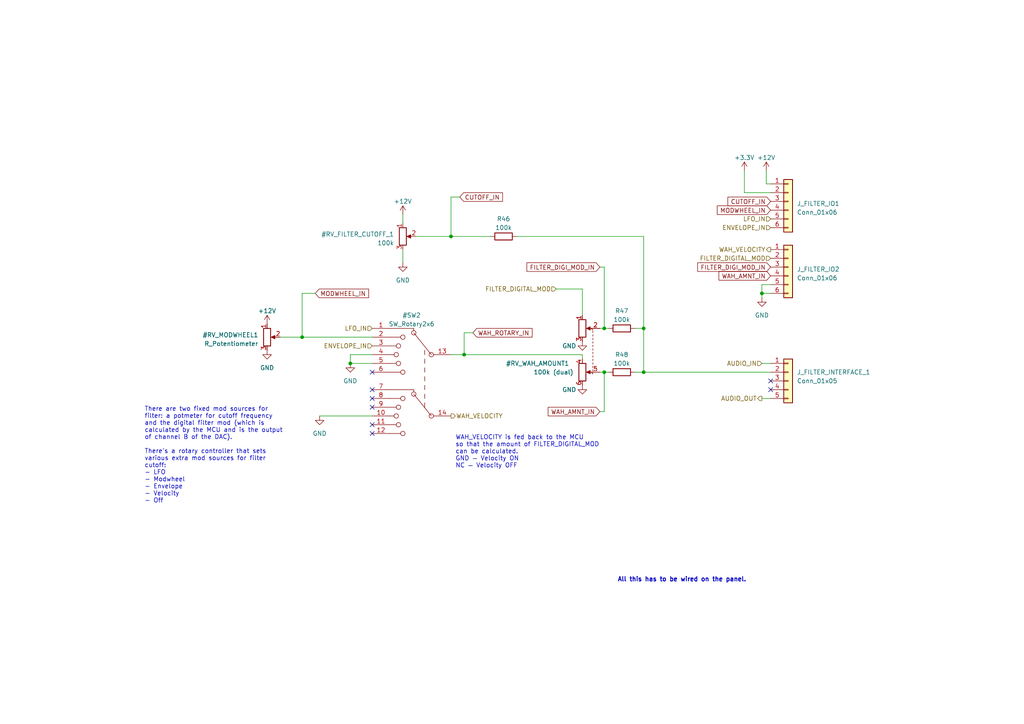
<source format=kicad_sch>
(kicad_sch (version 20230121) (generator eeschema)
  (paper "A4")
  (lib_symbols
    (symbol "Connector_Generic:Conn_01x05" (pin_names (offset 1.016) hide)
      (property "Reference" "J" (at 0 7.62 0))
      (property "Value" "Conn_01x05" (at 0 -7.62 0))
      (symbol "Conn_01x05_1_1"
        (rectangle (start -1.27 -4.953) (end 0 -5.207) (stroke (width 0.1524)))
        (rectangle (start -1.27 -2.413) (end 0 -2.667) (stroke (width 0.1524)))
        (rectangle (start -1.27 0.127) (end 0 -0.127) (stroke (width 0.1524)))
        (rectangle (start -1.27 2.667) (end 0 2.413) (stroke (width 0.1524)))
        (rectangle (start -1.27 5.207) (end 0 4.953) (stroke (width 0.1524)))
        (rectangle (start -1.27 6.35) (end 1.27 -6.35) (stroke (width 0.254)) (fill (type background)))
        (pin passive line (at -5.08 5.08 0) (length 3.81) (name "Pin_1") (number "1"))
        (pin passive line (at -5.08 2.54 0) (length 3.81) (name "Pin_2") (number "2"))
        (pin passive line (at -5.08 0 0) (length 3.81) (name "Pin_3") (number "3"))
        (pin passive line (at -5.08 -2.54 0) (length 3.81) (name "Pin_4") (number "4"))
        (pin passive line (at -5.08 -5.08 0) (length 3.81) (name "Pin_5") (number "5"))
      )
    )
    (symbol "Connector_Generic:Conn_01x06" (pin_names (offset 1.016) hide)
      (property "Reference" "J" (at 0 7.62 0))
      (property "Value" "Conn_01x06" (at 0 -10.16 0))
      (symbol "Conn_01x06_1_1"
        (rectangle (start -1.27 -7.493) (end 0 -7.747) (stroke (width 0.1524)))
        (rectangle (start -1.27 -4.953) (end 0 -5.207) (stroke (width 0.1524)))
        (rectangle (start -1.27 -2.413) (end 0 -2.667) (stroke (width 0.1524)))
        (rectangle (start -1.27 0.127) (end 0 -0.127) (stroke (width 0.1524)))
        (rectangle (start -1.27 2.667) (end 0 2.413) (stroke (width 0.1524)))
        (rectangle (start -1.27 5.207) (end 0 4.953) (stroke (width 0.1524)))
        (rectangle (start -1.27 6.35) (end 1.27 -8.89) (stroke (width 0.254)) (fill (type background)))
        (pin passive line (at -5.08 5.08 0) (length 3.81) (name "Pin_1") (number "1"))
        (pin passive line (at -5.08 2.54 0) (length 3.81) (name "Pin_2") (number "2"))
        (pin passive line (at -5.08 0 0) (length 3.81) (name "Pin_3") (number "3"))
        (pin passive line (at -5.08 -2.54 0) (length 3.81) (name "Pin_4") (number "4"))
        (pin passive line (at -5.08 -5.08 0) (length 3.81) (name "Pin_5") (number "5"))
        (pin passive line (at -5.08 -7.62 0) (length 3.81) (name "Pin_6") (number "6"))
      )
    )
    (symbol "Device:R" (pin_numbers hide) (pin_names (offset 0))
      (property "Reference" "R" (at 2.032 0 90))
      (property "Value" "R" (at 0 0 90))
      (symbol "R_0_1"
        (rectangle (start -1.016 -2.54) (end 1.016 2.54) (stroke (width 0.254)))
      )
      (symbol "R_1_1"
        (pin passive line (at 0 3.81 270) (length 1.27) (name "~") (number "1"))
        (pin passive line (at 0 -3.81 90) (length 1.27) (name "~") (number "2"))
      )
    )
    (symbol "Device:R_Potentiometer" (pin_names (offset 1.016) hide)
      (property "Reference" "RV" (at -4.445 0 90))
      (property "Value" "R_Potentiometer" (at -2.54 0 90))
      (symbol "R_Potentiometer_0_1"
        (polyline (pts (xy 2.54 0) (xy 1.524 0)))
        (polyline (pts (xy 1.143 0) (xy 2.286 0.508) (xy 2.286 -0.508) (xy 1.143 0)) (fill (type outline)))
        (rectangle (start 1.016 2.54) (end -1.016 -2.54) (stroke (width 0.254)))
      )
      (symbol "R_Potentiometer_1_1"
        (pin passive line (at 0 3.81 270) (length 1.27) (name "1") (number "1"))
        (pin passive line (at 3.81 0 180) (length 1.27) (name "2") (number "2"))
        (pin passive line (at 0 -3.81 90) (length 1.27) (name "3") (number "3"))
      )
    )
    (symbol "Device:R_Potentiometer_Dual" (pin_names (offset 1.016) hide)
      (property "Reference" "RV" (at 0 3.81 0))
      (property "Value" "R_Potentiometer_Dual" (at 0 1.905 0))
      (symbol "R_Potentiometer_Dual_0_1"
        (rectangle (start -8.89 -1.524) (end -3.81 -3.556) (stroke (width 0.254)))
        (polyline (pts (xy -6.35 0) (xy -6.35 -1.016)))
        (polyline (pts (xy -6.35 0) (xy -6.35 -1.016)))
        (polyline (pts (xy -6.35 0) (xy -5.842 0.508)))
        (polyline (pts (xy -5.588 0.508) (xy -5.08 0.508)))
        (polyline (pts (xy -4.572 0.508) (xy -4.064 0.508)))
        (polyline (pts (xy -3.556 0.508) (xy -3.048 0.508)))
        (polyline (pts (xy -2.54 0.508) (xy -2.032 0.508)))
        (polyline (pts (xy -1.524 0.508) (xy -1.016 0.508)))
        (polyline (pts (xy -0.508 0.508) (xy 0 0.508)))
        (polyline (pts (xy 0.508 0.508) (xy 1.016 0.508)))
        (polyline (pts (xy 1.524 0.508) (xy 2.032 0.508)))
        (polyline (pts (xy 2.54 0.508) (xy 3.048 0.508)))
        (polyline (pts (xy 3.556 0.508) (xy 4.064 0.508)))
        (polyline (pts (xy 4.572 0.508) (xy 5.08 0.508)))
        (polyline (pts (xy 5.588 0.508) (xy 6.096 0.508)))
        (polyline (pts (xy 6.35 0) (xy 6.35 -1.016)))
        (polyline (pts (xy 6.35 0) (xy 6.35 -1.016)))
        (polyline (pts (xy 6.604 0.508) (xy 6.858 0.508) (xy 6.35 0)))
        (polyline (pts (xy -6.35 -1.397) (xy -6.858 -0.254) (xy -5.842 -0.254) (xy -6.35 -1.397)) (fill (type outline)))
        (polyline (pts (xy 6.35 -1.397) (xy 5.842 -0.254) (xy 6.858 -0.254) (xy 6.35 -1.397)) (fill (type outline)))
        (rectangle (start 3.81 -1.524) (end 8.89 -3.556) (stroke (width 0.254)))
      )
      (symbol "R_Potentiometer_Dual_1_1"
        (pin passive line (at -10.16 -2.54 0) (length 1.27) (name "1") (number "1"))
        (pin passive line (at -6.35 2.54 270) (length 2.54) (name "2") (number "2"))
        (pin passive line (at -2.54 -2.54 180) (length 1.27) (name "3") (number "3"))
        (pin passive line (at 2.54 -2.54 0) (length 1.27) (name "4") (number "4"))
        (pin passive line (at 6.35 2.54 270) (length 2.54) (name "5") (number "5"))
        (pin passive line (at 10.16 -2.54 180) (length 1.27) (name "6") (number "6"))
      )
    )
    (symbol "Switch:SW_Rotary2x6" (pin_names (offset 1.016) hide)
      (property "Reference" "SW" (at 0 17.78 0))
      (property "Value" "SW_Rotary2x6" (at 0 -17.78 0))
      (symbol "SW_Rotary2x6_0_0"
        (circle (center -4.445 -10.16) (radius 0.635))
        (circle (center -4.445 7.62) (radius 0.635))
        (polyline (pts (xy -4.445 -10.16) (xy 0.635 -3.81)))
        (polyline (pts (xy -4.445 7.62) (xy 0.635 13.97)))
        (polyline (pts (xy -2.54 -7.62) (xy -2.54 -6.35)))
        (polyline (pts (xy -2.54 -5.08) (xy -2.54 -3.81)))
        (polyline (pts (xy -2.54 -2.54) (xy -2.54 -1.27)))
        (polyline (pts (xy -2.54 0) (xy -2.54 1.27)))
        (polyline (pts (xy -2.54 2.54) (xy -2.54 3.81)))
        (polyline (pts (xy -2.54 5.08) (xy -2.54 6.35)))
        (polyline (pts (xy -2.54 7.62) (xy -2.54 8.89)))
        (polyline (pts (xy 4.445 -5.08) (xy 7.62 -5.08)))
        (polyline (pts (xy 4.445 12.7) (xy 7.62 12.7)))
        (polyline (pts (xy 5.715 -12.7) (xy 7.62 -12.7)))
        (polyline (pts (xy 5.715 -7.62) (xy 7.62 -7.62)))
        (polyline (pts (xy 5.715 5.08) (xy 7.62 5.08)))
        (polyline (pts (xy 5.715 10.16) (xy 7.62 10.16)))
        (polyline (pts (xy 6.35 -10.16) (xy 7.62 -10.16)))
        (polyline (pts (xy 6.35 7.62) (xy 7.62 7.62)))
        (polyline (pts (xy 7.62 -15.24) (xy 4.445 -15.24)))
        (polyline (pts (xy 7.62 2.54) (xy 4.445 2.54)))
        (polyline (pts (xy 0.635 -3.175) (xy 0.635 -2.54) (xy 7.62 -2.54)))
        (polyline (pts (xy 0.635 14.605) (xy 0.635 15.24) (xy 7.62 15.24)))
        (circle (center 0.635 -3.81) (radius 0.635))
        (circle (center 0.635 13.97) (radius 0.635))
        (circle (center 3.81 -15.24) (radius 0.635))
        (circle (center 3.81 -5.08) (radius 0.635))
        (circle (center 3.81 2.54) (radius 0.635))
        (circle (center 3.81 12.7) (radius 0.635))
        (circle (center 5.08 -12.7) (radius 0.635))
        (circle (center 5.08 -7.62) (radius 0.635))
        (circle (center 5.08 5.08) (radius 0.635))
        (circle (center 5.08 10.16) (radius 0.635))
        (circle (center 5.715 -10.16) (radius 0.635))
        (circle (center 5.715 7.62) (radius 0.635))
      )
      (symbol "SW_Rotary2x6_0_1"
        (pin passive line (at 12.7 15.24 180) (length 5.08) (name "1") (number "1"))
        (pin passive line (at 12.7 -10.16 180) (length 5.08) (name "10") (number "10"))
        (pin passive line (at 12.7 -12.7 180) (length 5.08) (name "11") (number "11"))
        (pin passive line (at 12.7 -15.24 180) (length 5.08) (name "12") (number "12"))
        (pin passive line (at -10.16 7.62 0) (length 5.08) (name "13") (number "13"))
        (pin passive line (at -10.16 -10.16 0) (length 5.08) (name "14") (number "14"))
        (pin passive line (at 12.7 12.7 180) (length 5.08) (name "2") (number "2"))
        (pin passive line (at 12.7 10.16 180) (length 5.08) (name "3") (number "3"))
        (pin passive line (at 12.7 7.62 180) (length 5.08) (name "4") (number "4"))
        (pin passive line (at 12.7 5.08 180) (length 5.08) (name "5") (number "5"))
        (pin passive line (at 12.7 2.54 180) (length 5.08) (name "6") (number "6"))
        (pin passive line (at 12.7 -2.54 180) (length 5.08) (name "7") (number "7"))
        (pin passive line (at 12.7 -5.08 180) (length 5.08) (name "8") (number "8"))
        (pin passive line (at 12.7 -7.62 180) (length 5.08) (name "9") (number "9"))
      )
    )
    (symbol "power:+12V" (power) (pin_names (offset 0))
      (property "Value" "+12V" (at 0 3.556 0))
      (symbol "+12V_0_1"
        (polyline (pts (xy -0.762 1.27) (xy 0 2.54)))
        (polyline (pts (xy 0 0) (xy 0 2.54)))
        (polyline (pts (xy 0 2.54) (xy 0.762 1.27)))
      )
      (symbol "+12V_1_1"
        (pin power_in line (at 0 0 90) (length 0) hide (name "+12V") (number "1"))
      )
    )
    (symbol "power:+3.3V" (power) (pin_names (offset 0))
      (property "Value" "+3.3V" (at 0 3.556 0))
      (symbol "+3.3V_0_1"
        (polyline (pts (xy -0.762 1.27) (xy 0 2.54)))
        (polyline (pts (xy 0 0) (xy 0 2.54)))
        (polyline (pts (xy 0 2.54) (xy 0.762 1.27)))
      )
      (symbol "+3.3V_1_1"
        (pin power_in line (at 0 0 90) (length 0) hide (name "+3.3V") (number "1"))
      )
    )
    (symbol "power:GND" (power) (pin_names (offset 0))
      (property "Value" "GND" (at 0 -3.81 0))
      (symbol "GND_0_1"
        (polyline (pts (xy 0 0) (xy 0 -1.27) (xy 1.27 -1.27) (xy 0 -2.54) (xy -1.27 -1.27) (xy 0 -1.27)))
      )
      (symbol "GND_1_1"
        (pin power_in line (at 0 0 270) (length 0) hide (name "GND") (number "1"))
      )
    )
  )
  (junction (at 186.69 107.95))
  (junction (at 87.63 97.79))
  (junction (at 101.6 105.41))
  (junction (at 220.98 85.09))
  (junction (at 130.81 68.58))
  (junction (at 175.26 107.95))
  (junction (at 186.69 95.25))
  (junction (at 134.62 102.87))
  (junction (at 175.26 95.25))
  (no_connect (at 107.95 125.73))
  (no_connect (at 107.95 115.57))
  (no_connect (at 107.95 113.03))
  (no_connect (at 107.95 123.19))
  (no_connect (at 223.52 113.03))
  (no_connect (at 107.95 107.95))
  (no_connect (at 107.95 118.11))
  (no_connect (at 223.52 110.49))
  (wire (pts (xy 222.25 53.34) (xy 223.52 53.34)))
  (wire (pts (xy 175.26 119.38) (xy 175.26 107.95)))
  (wire (pts (xy 134.62 96.52) (xy 134.62 102.87)))
  (wire (pts (xy 149.86 68.58) (xy 186.69 68.58)))
  (wire (pts (xy 101.6 102.87) (xy 107.95 102.87)))
  (wire (pts (xy 134.62 102.87) (xy 168.91 102.87)))
  (wire (pts (xy 223.52 105.41) (xy 220.98 105.41)))
  (wire (pts (xy 101.6 105.41) (xy 107.95 105.41)))
  (wire (pts (xy 130.81 57.15) (xy 130.81 68.58)))
  (wire (pts (xy 173.99 95.25) (xy 175.26 95.25)))
  (wire (pts (xy 130.81 68.58) (xy 142.24 68.58)))
  (wire (pts (xy 173.99 107.95) (xy 175.26 107.95)))
  (wire (pts (xy 215.9 55.88) (xy 223.52 55.88)))
  (wire (pts (xy 184.15 95.25) (xy 186.69 95.25)))
  (wire (pts (xy 130.81 102.87) (xy 134.62 102.87)))
  (wire (pts (xy 168.91 83.82) (xy 168.91 91.44)))
  (wire (pts (xy 87.63 85.09) (xy 87.63 97.79)))
  (wire (pts (xy 186.69 95.25) (xy 186.69 107.95)))
  (wire (pts (xy 92.71 120.65) (xy 107.95 120.65)))
  (wire (pts (xy 120.65 68.58) (xy 130.81 68.58)))
  (wire (pts (xy 220.98 85.09) (xy 223.52 85.09)))
  (wire (pts (xy 223.52 82.55) (xy 220.98 82.55)))
  (wire (pts (xy 220.98 82.55) (xy 220.98 85.09)))
  (wire (pts (xy 101.6 105.41) (xy 101.6 102.87)))
  (wire (pts (xy 175.26 77.47) (xy 175.26 95.25)))
  (wire (pts (xy 116.84 62.23) (xy 116.84 64.77)))
  (wire (pts (xy 184.15 107.95) (xy 186.69 107.95)))
  (wire (pts (xy 133.35 57.15) (xy 130.81 57.15)))
  (wire (pts (xy 116.84 72.39) (xy 116.84 76.2)))
  (wire (pts (xy 161.29 83.82) (xy 168.91 83.82)))
  (wire (pts (xy 87.63 97.79) (xy 107.95 97.79)))
  (wire (pts (xy 173.99 119.38) (xy 175.26 119.38)))
  (wire (pts (xy 220.98 86.36) (xy 220.98 85.09)))
  (wire (pts (xy 215.9 49.53) (xy 215.9 55.88)))
  (wire (pts (xy 222.25 49.53) (xy 222.25 53.34)))
  (wire (pts (xy 220.98 115.57) (xy 223.52 115.57)))
  (wire (pts (xy 175.26 95.25) (xy 176.53 95.25)))
  (wire (pts (xy 173.99 77.47) (xy 175.26 77.47)))
  (wire (pts (xy 137.16 96.52) (xy 134.62 96.52)))
  (wire (pts (xy 186.69 68.58) (xy 186.69 95.25)))
  (wire (pts (xy 81.28 97.79) (xy 87.63 97.79)))
  (wire (pts (xy 175.26 107.95) (xy 176.53 107.95)))
  (wire (pts (xy 168.91 102.87) (xy 168.91 104.14)))
  (wire (pts (xy 186.69 107.95) (xy 223.52 107.95)))
  (wire (pts (xy 91.44 85.09) (xy 87.63 85.09)))
  (text "WAH_VELOCITY is fed back to the MCU\nso that the amount of FILTER_DIGITAL_MOD\ncan be calculated.\nGND — Velocity ON\nNC — Velocity OFF" (at 132.08 135.89 0) (effects (font (size 1.27 1.27)) (justify left bottom)))
  (text "There are two fixed mod sources for\nfilter: a potmeter for cutoff frequency\nand the digital filter mod (which is\ncalculated by the MCU and is the output\nof channel B of the DAC).\n\nThere's a rotary controller that sets\nvarious extra mod sources for filter\ncutoff:\n- LFO\n- Modwheel\n- Envelope\n- Velocity\n- Off" (at 41.91 146.05 0) (effects (font (size 1.27 1.27)) (justify left bottom)))
  (text "All this has to be wired on the panel." (at 179.07 168.91 0) (effects (font (size 1.27 1.27) (thickness 0.254) bold) (justify left bottom)))
  (global_label "WAH_AMNT_IN" (shape input) (at 223.52 80.01 180) (property "Intersheetrefs" "${INTERSHEET_REFS}" (effects hide)))
  (global_label "MODWHEEL_IN" (shape input) (at 91.44 85.09 0) (property "Intersheetrefs" "${INTERSHEET_REFS}" (effects hide)))
  (global_label "WAH_AMNT_IN" (shape input) (at 173.99 119.38 180) (property "Intersheetrefs" "${INTERSHEET_REFS}" (effects hide)))
  (global_label "WAH_ROTARY_IN" (shape input) (at 137.16 96.52 0) (property "Intersheetrefs" "${INTERSHEET_REFS}" (effects hide)))
  (global_label "FILTER_DIGI_MOD_IN" (shape input) (at 173.99 77.47 180) (property "Intersheetrefs" "${INTERSHEET_REFS}" (effects hide)))
  (global_label "FILTER_DIGI_MOD_IN" (shape input) (at 223.52 77.47 180) (property "Intersheetrefs" "${INTERSHEET_REFS}" (effects hide)))
  (global_label "MODWHEEL_IN" (shape input) (at 223.52 60.96 180) (property "Intersheetrefs" "${INTERSHEET_REFS}" (effects hide)))
  (global_label "CUTOFF_IN" (shape input) (at 223.52 58.42 180) (property "Intersheetrefs" "${INTERSHEET_REFS}" (effects hide)))
  (global_label "CUTOFF_IN" (shape input) (at 133.35 57.15 0) (property "Intersheetrefs" "${INTERSHEET_REFS}" (effects hide)))
  (hierarchical_label "AUDIO_OUT" (shape output) (at 220.98 115.57 180))
  (hierarchical_label "LFO_IN" (shape input) (at 107.95 95.25 180))
  (hierarchical_label "ENVELOPE_IN" (shape input) (at 107.95 100.33 180))
  (hierarchical_label "WAH_VELOCITY" (shape output) (at 223.52 72.39 180))
  (hierarchical_label "ENVELOPE_IN" (shape input) (at 223.52 66.04 180))
  (hierarchical_label "FILTER_DIGITAL_MOD" (shape input) (at 223.52 74.93 180))
  (hierarchical_label "FILTER_DIGITAL_MOD" (shape input) (at 161.29 83.82 180))
  (hierarchical_label "LFO_IN" (shape input) (at 223.52 63.5 180))
  (hierarchical_label "WAH_VELOCITY" (shape output) (at 130.81 120.65 0))
  (hierarchical_label "AUDIO_IN" (shape input) (at 220.98 105.41 180))
  (symbol (lib_id "Connector_Generic:Conn_01x06") (at 228.6 77.47 0) (unit 1)
    (property "Reference" "J_FILTER_IO2" (at 231.14 78.105 0) (effects (justify left)))
    (property "Value" "Conn_01x06" (at 231.14 80.645 0) (effects (justify left)))
    (property "Footprint" "Shmoergh_Custom_Footprints:NSL25_01x06_Vertical" (effects hide))
  )
  (symbol (lib_id "power:+12V") (at 222.25 49.53 0) (unit 1)
    (property "Reference" "#PWR0135" (effects hide))
    (property "Value" "+12V" (at 222.25 45.72 0))
  )
  (symbol (lib_id "power:GND") (at 168.91 99.06 0) (unit 1)
    (property "Reference" "#PWR085" (effects hide))
    (property "Value" "GND" (at 165.1 100.33 0))
  )
  (symbol (lib_id "Device:R") (at 146.05 68.58 90) (unit 1)
    (property "Reference" "R46" (at 146.05 63.5 90))
    (property "Value" "100k" (at 146.05 66.04 90))
    (property "Footprint" "Shmoergh_Custom_Footprints:R_Axial_DIN0207_L6.3mm_D2.5mm_P7.62mm_Horizontal" (effects hide))
  )
  (symbol (lib_id "Connector_Generic:Conn_01x06") (at 228.6 58.42 0) (unit 1)
    (property "Reference" "J_FILTER_IO1" (at 231.14 59.055 0) (effects (justify left)))
    (property "Value" "Conn_01x06" (at 231.14 61.595 0) (effects (justify left)))
    (property "Footprint" "Shmoergh_Custom_Footprints:NSL25_01x06_Vertical" (effects hide))
  )
  (symbol (lib_id "Device:R") (at 180.34 95.25 90) (unit 1)
    (property "Reference" "R47" (at 180.34 90.17 90))
    (property "Value" "100k" (at 180.34 92.71 90))
    (property "Footprint" "Shmoergh_Custom_Footprints:R_Axial_DIN0207_L6.3mm_D2.5mm_P7.62mm_Horizontal" (effects hide))
  )
  (symbol (lib_id "power:GND") (at 77.47 101.6 0) (unit 1)
    (property "Reference" "#PWR079" (effects hide))
    (property "Value" "GND" (at 77.47 106.68 0))
  )
  (symbol (lib_id "Switch:SW_Rotary2x6") (at 120.65 110.49 0) (mirror y) (unit 1)
    (property "Reference" "#SW2" (at 119.38 91.44 0))
    (property "Value" "SW_Rotary2x6" (at 119.38 93.98 0))
    (property "Datasheet" "http://cdn-reichelt.de/documents/datenblatt/C200/DS-Serie%23LOR.pdf" (effects hide))
  )
  (symbol (lib_id "Device:R_Potentiometer_Dual") (at 171.45 101.6 270) (unit 1)
    (property "Reference" "#RV_WAH_AMOUNT1" (at 165.1 105.41 90) (effects (justify right)))
    (property "Value" "100k (dual)" (at 166.37 107.95 90) (effects (justify right)))
    (property "Footprint" "Shmoergh_Custom_Footprints:NSL25_01x06_Vertical" (effects hide))
  )
  (symbol (lib_id "Device:R_Potentiometer") (at 77.47 97.79 0) (unit 1)
    (property "Reference" "#RV_MODWHEEL1" (at 74.93 97.155 0) (effects (justify right)))
    (property "Value" "R_Potentiometer" (at 74.93 99.695 0) (effects (justify right)))
    (property "Footprint" "Shmoergh_Custom_Footprints:NSL25_01x03_Vertical" (effects hide))
  )
  (symbol (lib_id "Device:R_Potentiometer") (at 116.84 68.58 0) (unit 1)
    (property "Reference" "#RV_FILTER_CUTOFF_1" (at 114.3 67.945 0) (effects (justify right)))
    (property "Value" "100k" (at 114.3 70.485 0) (effects (justify right)))
    (property "Footprint" "Shmoergh_Custom_Footprints:NSL25_01x03_Vertical" (effects hide))
  )
  (symbol (lib_id "power:GND") (at 116.84 76.2 0) (unit 1)
    (property "Reference" "#PWR084" (effects hide))
    (property "Value" "GND" (at 116.84 81.28 0))
  )
  (symbol (lib_id "power:GND") (at 101.6 105.41 0) (unit 1)
    (property "Reference" "#PWR081" (effects hide))
    (property "Value" "GND" (at 101.6 110.49 0))
  )
  (symbol (lib_id "power:+12V") (at 116.84 62.23 0) (unit 1)
    (property "Reference" "#PWR083" (effects hide))
    (property "Value" "+12V" (at 116.84 58.42 0))
  )
  (symbol (lib_id "power:+12V") (at 77.47 93.98 0) (unit 1)
    (property "Reference" "#PWR078" (effects hide))
    (property "Value" "+12V" (at 77.47 90.17 0))
  )
  (symbol (lib_id "Device:R") (at 180.34 107.95 90) (unit 1)
    (property "Reference" "R48" (at 180.34 102.87 90))
    (property "Value" "100k" (at 180.34 105.41 90))
    (property "Footprint" "Shmoergh_Custom_Footprints:R_Axial_DIN0207_L6.3mm_D2.5mm_P7.62mm_Horizontal" (effects hide))
  )
  (symbol (lib_id "power:+3.3V") (at 215.9 49.53 0) (unit 1)
    (property "Reference" "#PWR0137" (effects hide))
    (property "Value" "+3.3V" (at 215.9 45.72 0))
  )
  (symbol (lib_id "power:GND") (at 168.91 111.76 0) (unit 1)
    (property "Reference" "#PWR086" (effects hide))
    (property "Value" "GND" (at 165.1 113.03 0))
  )
  (symbol (lib_id "Connector_Generic:Conn_01x05") (at 228.6 110.49 0) (unit 1)
    (property "Reference" "J_FILTER_INTERFACE_1" (at 231.14 107.95 0) (effects (justify left)))
    (property "Value" "Conn_01x05" (at 231.14 110.49 0) (effects (justify left)))
    (property "Footprint" "Shmoergh_Custom_Footprints:NSL25_01x05_Vertical" (effects hide))
  )
  (symbol (lib_id "power:GND") (at 92.71 120.65 0) (unit 1)
    (property "Reference" "#PWR082" (effects hide))
    (property "Value" "GND" (at 92.71 125.73 0))
  )
  (symbol (lib_id "power:GND") (at 220.98 86.36 0) (unit 1)
    (property "Reference" "#PWR0136" (effects hide))
    (property "Value" "GND" (at 220.98 91.44 0))
  )
)
</source>
